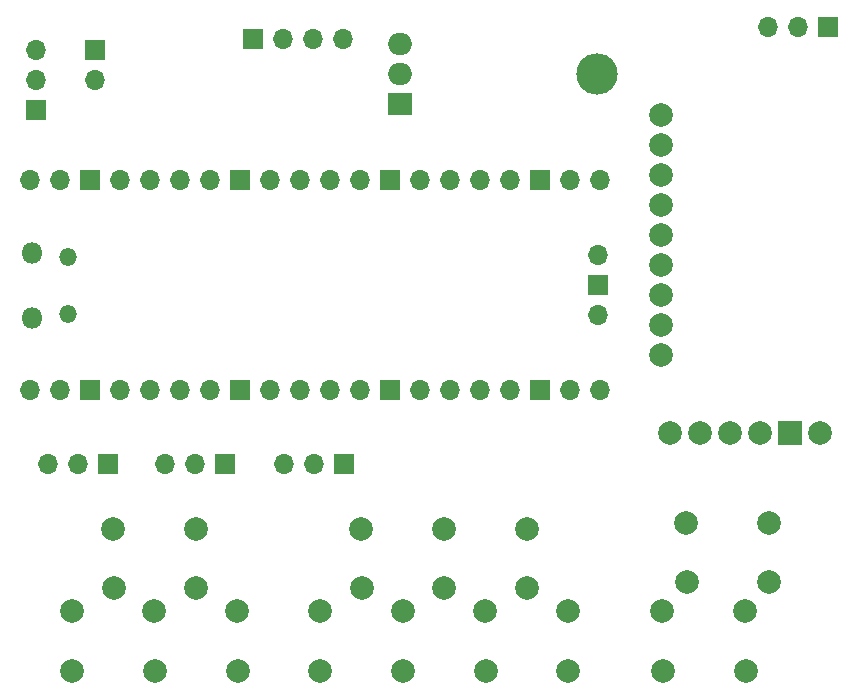
<source format=gbs>
G04 #@! TF.GenerationSoftware,KiCad,Pcbnew,8.0.6*
G04 #@! TF.CreationDate,2024-12-01T22:21:49+01:00*
G04 #@! TF.ProjectId,pico_piano,7069636f-5f70-4696-916e-6f2e6b696361,rev?*
G04 #@! TF.SameCoordinates,Original*
G04 #@! TF.FileFunction,Soldermask,Bot*
G04 #@! TF.FilePolarity,Negative*
%FSLAX46Y46*%
G04 Gerber Fmt 4.6, Leading zero omitted, Abs format (unit mm)*
G04 Created by KiCad (PCBNEW 8.0.6) date 2024-12-01 22:21:49*
%MOMM*%
%LPD*%
G01*
G04 APERTURE LIST*
%ADD10C,2.000000*%
%ADD11R,1.700000X1.700000*%
%ADD12O,1.700000X1.700000*%
%ADD13R,2.000000X2.000000*%
%ADD14O,1.800000X1.800000*%
%ADD15O,1.500000X1.500000*%
%ADD16O,3.500000X3.500000*%
%ADD17R,2.000000X1.905000*%
%ADD18O,2.000000X1.905000*%
G04 APERTURE END LIST*
D10*
X167000000Y-64000000D03*
X167050000Y-69000000D03*
X139500000Y-64500000D03*
X139550000Y-69500000D03*
X118500000Y-64500000D03*
X118550000Y-69500000D03*
X115000000Y-71500000D03*
X115050000Y-76500000D03*
X108000000Y-71500000D03*
X108050000Y-76500000D03*
D11*
X172000000Y-22000000D03*
D12*
X169460000Y-22000000D03*
X166920000Y-22000000D03*
D10*
X111500000Y-64500000D03*
X111550000Y-69500000D03*
X122000000Y-71500000D03*
X122050000Y-76500000D03*
X165000000Y-71500000D03*
X165050000Y-76500000D03*
X158650000Y-56394000D03*
X161190000Y-56394000D03*
X163730000Y-56394000D03*
X166270000Y-56394000D03*
D13*
X168810000Y-56394000D03*
D10*
X171350000Y-56394000D03*
X157888000Y-49790000D03*
X157888000Y-47250000D03*
X157888000Y-44710000D03*
X157888000Y-42170000D03*
X157888000Y-39630000D03*
X157888000Y-37090000D03*
X157888000Y-34550000D03*
X157888000Y-32010000D03*
X157888000Y-29470000D03*
X143000000Y-71500000D03*
X143050000Y-76500000D03*
X160000000Y-64000000D03*
X160050000Y-69000000D03*
D11*
X105000000Y-29080000D03*
D12*
X105000000Y-26540000D03*
X105000000Y-24000000D03*
D11*
X121000000Y-59000000D03*
D12*
X118460000Y-59000000D03*
X115920000Y-59000000D03*
D10*
X150000000Y-71500000D03*
X150050000Y-76500000D03*
X146500000Y-64500000D03*
X146550000Y-69500000D03*
D11*
X131079999Y-59000000D03*
D12*
X128539999Y-59000000D03*
X125999999Y-59000000D03*
D10*
X129000000Y-71500000D03*
X129050000Y-76500000D03*
D14*
X104630000Y-46615000D03*
D15*
X107660000Y-46315000D03*
X107660000Y-41465000D03*
D14*
X104630000Y-41165000D03*
D12*
X104500000Y-52780000D03*
X107040000Y-52780000D03*
D11*
X109580000Y-52780000D03*
D12*
X112120000Y-52780000D03*
X114660000Y-52780000D03*
X117200000Y-52780000D03*
X119740000Y-52780000D03*
D11*
X122280000Y-52780000D03*
D12*
X124820000Y-52780000D03*
X127360000Y-52780000D03*
X129900000Y-52780000D03*
X132440000Y-52780000D03*
D11*
X134980000Y-52780000D03*
D12*
X137520000Y-52780000D03*
X140060000Y-52780000D03*
X142600000Y-52780000D03*
X145140000Y-52780000D03*
D11*
X147680000Y-52780000D03*
D12*
X150220000Y-52780000D03*
X152760000Y-52780000D03*
X152760000Y-35000000D03*
X150220000Y-35000000D03*
D11*
X147680000Y-35000000D03*
D12*
X145140000Y-35000000D03*
X142600000Y-35000000D03*
X140060000Y-35000000D03*
X137520000Y-35000000D03*
D11*
X134980000Y-35000000D03*
D12*
X132440000Y-35000000D03*
X129900000Y-35000000D03*
X127360000Y-35000000D03*
X124820000Y-35000000D03*
D11*
X122280000Y-35000000D03*
D12*
X119740000Y-35000000D03*
X117200000Y-35000000D03*
X114660000Y-35000000D03*
X112120000Y-35000000D03*
D11*
X109580000Y-35000000D03*
D12*
X107040000Y-35000000D03*
X104500000Y-35000000D03*
X152530000Y-46430000D03*
D11*
X152530000Y-43890000D03*
D12*
X152530000Y-41350000D03*
D10*
X132500000Y-64500000D03*
X132550000Y-69500000D03*
D11*
X123380000Y-23000000D03*
D12*
X125920000Y-23000000D03*
X128460000Y-23000000D03*
X131000000Y-23000000D03*
D10*
X158000000Y-71500000D03*
X158050000Y-76500000D03*
X136000000Y-71500000D03*
X136050000Y-76500000D03*
D11*
X111079999Y-59000000D03*
D12*
X108539999Y-59000000D03*
X105999999Y-59000000D03*
D16*
X152430000Y-26000000D03*
D17*
X135770000Y-28540000D03*
D18*
X135770000Y-26000000D03*
X135770000Y-23460000D03*
D11*
X110000000Y-24000000D03*
D12*
X110000000Y-26540000D03*
M02*

</source>
